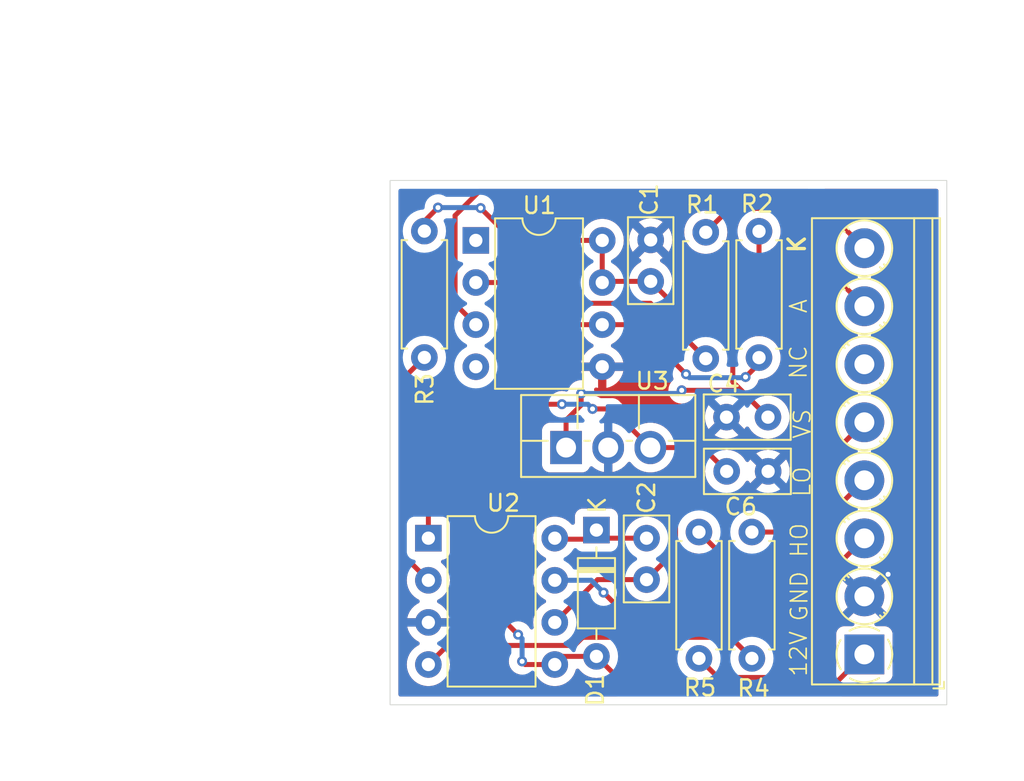
<source format=kicad_pcb>
(kicad_pcb (version 20221018) (generator pcbnew)
  (layers (0 "F.Cu" signal) (31 "B.Cu" signal) (34 "B.Paste" user) (35 "F.Paste" user) (36 "B.SilkS" user "B.Silkscreen") (37 "F.SilkS" user "F.Silkscreen") (38 "B.Mask" user) (39 "F.Mask" user) (44 "Edge.Cuts" user))
  (net 0 "")
  (net 1 "/5V")
  (net 2 "GND")
  (net 3 "Net-(D1-K)")
  (net 4 "/VS")
  (net 5 "/12V_VCC")
  (net 6 "/HO")
  (net 7 "/LO")
  (net 9 "/OPT_A")
  (net 10 "/OPT_K(GND)")
  (net 11 "Net-(U1-A)")
  (net 12 "/VO")
  (net 13 "Net-(U2-~{SD})")
  (net 14 "/LO_R")
  (net 15 "/HO_R")
  (footprint "Capacitor_THT:C_Disc_D5.0mm_W2.5mm_P2.50mm" (layer "F.Cu") (at 199.74 71.41 -90)
    (fp_text reference "C2" (at -2.44 0 90) (layer "F.SilkS"))
    (fp_text value "1u")
    (fp_line (start -1.37 -1.37) (end -1.37 1.37) (stroke (width 0.12)) (layer "F.SilkS"))
    (fp_line (start -1.37 -1.37) (end 3.87 -1.37) (stroke (width 0.12)) (layer "F.SilkS"))
    (fp_line (start -1.37 1.37) (end 3.87 1.37) (stroke (width 0.12)) (layer "F.SilkS"))
    (fp_line (start 3.87 -1.37) (end 3.87 1.37) (stroke (width 0.12)) (layer "F.SilkS"))
    (pad "1" thru_hole circle (at 0 0 270) (size 1.6 1.6) (drill 0.8) (layers "*.Cu" "*.Mask") (net 3 "Net-(D1-K)"))
    (pad "2" thru_hole circle (at 2.5 0 270) (size 1.6 1.6) (drill 0.8) (layers "*.Cu" "*.Mask") (net 4 "/VS"))
  )
  (footprint "Capacitor_THT:C_Disc_D5.0mm_W2.5mm_P2.50mm" (layer "F.Cu") (at 207.07 67.38 180)
    (fp_text reference "C6" (at 1.65 -2.13 180) (layer "F.SilkS"))
    (fp_text value "0.22u")
    (fp_line (start -1.37 -1.37) (end -1.37 1.37) (stroke (width 0.12)) (layer "F.SilkS"))
    (fp_line (start -1.37 -1.37) (end 3.87 -1.37) (stroke (width 0.12)) (layer "F.SilkS"))
    (fp_line (start -1.37 1.37) (end 3.87 1.37) (stroke (width 0.12)) (layer "F.SilkS"))
    (fp_line (start 3.87 -1.37) (end 3.87 1.37) (stroke (width 0.12)) (layer "F.SilkS"))
    (pad "1" thru_hole circle (at 0 0 180) (size 1.6 1.6) (drill 0.8) (layers "*.Cu" "*.Mask") (net 2 "GND"))
    (pad "2" thru_hole circle (at 2.5 0 180) (size 1.6 1.6) (drill 0.8) (layers "*.Cu" "*.Mask") (net 5 "/12V_VCC"))
  )
  (footprint "Capacitor_THT:C_Disc_D5.0mm_W2.5mm_P2.50mm" (layer "F.Cu") (at 199.99 55.92 90)
    (fp_text reference "C1" (at 4.93 -0.09 90) (layer "F.SilkS"))
    (fp_text value "0.1u")
    (fp_line (start -1.37 -1.37) (end -1.37 1.37) (stroke (width 0.12)) (layer "F.SilkS"))
    (fp_line (start -1.37 -1.37) (end 3.87 -1.37) (stroke (width 0.12)) (layer "F.SilkS"))
    (fp_line (start -1.37 1.37) (end 3.87 1.37) (stroke (width 0.12)) (layer "F.SilkS"))
    (fp_line (start 3.87 -1.37) (end 3.87 1.37) (stroke (width 0.12)) (layer "F.SilkS"))
    (pad "1" thru_hole circle (at 0 0 90) (size 1.6 1.6) (drill 0.8) (layers "*.Cu" "*.Mask") (net 1 "/5V"))
    (pad "2" thru_hole circle (at 2.5 0 90) (size 1.6 1.6) (drill 0.8) (layers "*.Cu" "*.Mask") (net 2 "GND"))
  )
  (footprint "Resistor_THT:R_Axial_DIN0207_L6.3mm_D2.5mm_P7.62mm_Horizontal" (layer "F.Cu") (at 206.52 60.52 90)
    (fp_text reference "R2" (at 9.27 -0.12 180) (layer "F.SilkS"))
    (fp_text value "470")
    (fp_line (start 0.54 -1.37) (end 7.08 -1.37) (stroke (width 0.12)) (layer "F.SilkS"))
    (fp_line (start 0.54 -1.04) (end 0.54 -1.37) (stroke (width 0.12)) (layer "F.SilkS"))
    (fp_line (start 0.54 1.04) (end 0.54 1.37) (stroke (width 0.12)) (layer "F.SilkS"))
    (fp_line (start 0.54 1.37) (end 7.08 1.37) (stroke (width 0.12)) (layer "F.SilkS"))
    (fp_line (start 7.08 -1.37) (end 7.08 -1.04) (stroke (width 0.12)) (layer "F.SilkS"))
    (fp_line (start 7.08 1.37) (end 7.08 1.04) (stroke (width 0.12)) (layer "F.SilkS"))
    (pad "1" thru_hole circle (at 0 0 90) (size 1.6 1.6) (drill 0.8) (layers "*.Cu" "*.Mask") (net 12 "/VO"))
    (pad "2" thru_hole oval (at 7.62 0 90) (size 1.6 1.6) (drill 0.8) (layers "*.Cu" "*.Mask") (net 1 "/5V"))
  )
  (footprint "Resistor_THT:R_Axial_DIN0207_L6.3mm_D2.5mm_P7.62mm_Horizontal" (layer "F.Cu") (at 186.35 52.89 -90)
    (fp_text reference "R3" (at 9.54 -0.03 -270) (layer "F.SilkS"))
    (fp_text value "10K")
    (fp_line (start 0.54 -1.37) (end 7.08 -1.37) (stroke (width 0.12)) (layer "F.SilkS"))
    (fp_line (start 0.54 -1.04) (end 0.54 -1.37) (stroke (width 0.12)) (layer "F.SilkS"))
    (fp_line (start 0.54 1.04) (end 0.54 1.37) (stroke (width 0.12)) (layer "F.SilkS"))
    (fp_line (start 0.54 1.37) (end 7.08 1.37) (stroke (width 0.12)) (layer "F.SilkS"))
    (fp_line (start 7.08 -1.37) (end 7.08 -1.04) (stroke (width 0.12)) (layer "F.SilkS"))
    (fp_line (start 7.08 1.37) (end 7.08 1.04) (stroke (width 0.12)) (layer "F.SilkS"))
    (pad "1" thru_hole circle (at 0 0 270) (size 1.6 1.6) (drill 0.8) (layers "*.Cu" "*.Mask") (net 1 "/5V"))
    (pad "2" thru_hole oval (at 7.62 0 270) (size 1.6 1.6) (drill 0.8) (layers "*.Cu" "*.Mask") (net 13 "Net-(U2-~{SD})"))
  )
  (footprint "Package_DIP:DIP-8_W7.62mm" (layer "F.Cu") (at 189.45 53.45)
    (fp_text reference "U1" (at 3.82 -2.11) (layer "F.SilkS"))
    (fp_text value "6N137")
    (fp_line (start 1.16 -1.33) (end 1.16 8.95) (stroke (width 0.12)) (layer "F.SilkS"))
    (fp_line (start 1.16 8.95) (end 6.46 8.95) (stroke (width 0.12)) (layer "F.SilkS"))
    (fp_line (start 2.81 -1.33) (end 1.16 -1.33) (stroke (width 0.12)) (layer "F.SilkS"))
    (fp_line (start 6.46 -1.33) (end 4.81 -1.33) (stroke (width 0.12)) (layer "F.SilkS"))
    (fp_line (start 6.46 8.95) (end 6.46 -1.33) (stroke (width 0.12)) (layer "F.SilkS"))
    (fp_arc (start 4.81 -1.33) (mid 3.81 -0.33) (end 2.81 -1.33) (stroke (width 0.12)) (layer "F.SilkS"))
    (pad "1" thru_hole rect (at 0 0) (size 1.6 1.6) (drill 0.8) (layers "*.Cu" "*.Mask"))
    (pad "2" thru_hole oval (at 0 2.54) (size 1.6 1.6) (drill 0.8) (layers "*.Cu" "*.Mask") (net 11 "Net-(U1-A)"))
    (pad "3" thru_hole oval (at 0 5.08) (size 1.6 1.6) (drill 0.8) (layers "*.Cu" "*.Mask") (net 10 "/OPT_K(GND)"))
    (pad "4" thru_hole oval (at 0 7.62) (size 1.6 1.6) (drill 0.8) (layers "*.Cu" "*.Mask"))
    (pad "5" thru_hole oval (at 7.62 7.62) (size 1.6 1.6) (drill 0.8) (layers "*.Cu" "*.Mask") (net 2 "GND"))
    (pad "6" thru_hole oval (at 7.62 5.08) (size 1.6 1.6) (drill 0.8) (layers "*.Cu" "*.Mask") (net 12 "/VO"))
    (pad "7" thru_hole oval (at 7.62 2.54) (size 1.6 1.6) (drill 0.8) (layers "*.Cu" "*.Mask") (net 1 "/5V"))
    (pad "8" thru_hole oval (at 7.62 0) (size 1.6 1.6) (drill 0.8) (layers "*.Cu" "*.Mask") (net 1 "/5V"))
  )
  (footprint "Package_TO_SOT_THT:TO-220F-3_Vertical" (layer "F.Cu") (at 194.89 65.945)
    (fp_text reference "U3" (at 5.19 -4.015) (layer "F.SilkS"))
    (fp_text value "LM78L05_TO92")
    (fp_line (start -2.71 -3.168) (end -2.71 1.773) (stroke (width 0.12)) (layer "F.SilkS"))
    (fp_line (start -2.71 -3.168) (end 7.79 -3.168) (stroke (width 0.12)) (layer "F.SilkS"))
    (fp_line (start -2.71 -0.408) (end -1.103 -0.408) (stroke (width 0.12)) (layer "F.SilkS"))
    (fp_line (start -2.71 1.773) (end 7.79 1.773) (stroke (width 0.12)) (layer "F.SilkS"))
    (fp_line (start 0.69 -3.168) (end 0.69 -1.15) (stroke (width 0.12)) (layer "F.SilkS"))
    (fp_line (start 1.103 -0.408) (end 1.438 -0.408) (stroke (width 0.12)) (layer "F.SilkS"))
    (fp_line (start 3.643 -0.408) (end 3.978 -0.408) (stroke (width 0.12)) (layer "F.SilkS"))
    (fp_line (start 4.391 -3.168) (end 4.391 -1.15) (stroke (width 0.12)) (layer "F.SilkS"))
    (fp_line (start 6.183 -0.408) (end 7.79 -0.408) (stroke (width 0.12)) (layer "F.SilkS"))
    (fp_line (start 7.79 -3.168) (end 7.79 1.773) (stroke (width 0.12)) (layer "F.SilkS"))
    (pad "1" thru_hole rect (at 0 0) (size 1.905 2) (drill 1.2) (layers "*.Cu" "*.Mask") (net 1 "/5V"))
    (pad "2" thru_hole oval (at 2.54 0) (size 1.905 2) (drill 1.2) (layers "*.Cu" "*.Mask") (net 2 "GND"))
    (pad "3" thru_hole oval (at 5.08 0) (size 1.905 2) (drill 1.2) (layers "*.Cu" "*.Mask") (net 5 "/12V_VCC"))
  )
  (footprint "Capacitor_THT:C_Disc_D5.0mm_W2.5mm_P2.50mm" (layer "F.Cu") (at 207.06 64.11 180)
    (fp_text reference "C4" (at 2.67 2.01) (layer "F.SilkS"))
    (fp_text value "0.1u")
    (fp_line (start -1.37 -1.37) (end -1.37 1.37) (stroke (width 0.12)) (layer "F.SilkS"))
    (fp_line (start -1.37 -1.37) (end 3.87 -1.37) (stroke (width 0.12)) (layer "F.SilkS"))
    (fp_line (start -1.37 1.37) (end 3.87 1.37) (stroke (width 0.12)) (layer "F.SilkS"))
    (fp_line (start 3.87 -1.37) (end 3.87 1.37) (stroke (width 0.12)) (layer "F.SilkS"))
    (pad "1" thru_hole circle (at 0 0 180) (size 1.6 1.6) (drill 0.8) (layers "*.Cu" "*.Mask") (net 1 "/5V"))
    (pad "2" thru_hole circle (at 2.5 0 180) (size 1.6 1.6) (drill 0.8) (layers "*.Cu" "*.Mask") (net 2 "GND"))
  )
  (footprint "Resistor_THT:R_Axial_DIN0207_L6.3mm_D2.5mm_P7.62mm_Horizontal" (layer "F.Cu") (at 206.09 78.66 90)
    (fp_text reference "R4" (at -1.81 0.1) (layer "F.SilkS"))
    (fp_text value "47")
    (fp_line (start 0.54 -1.37) (end 7.08 -1.37) (stroke (width 0.12)) (layer "F.SilkS"))
    (fp_line (start 0.54 -1.04) (end 0.54 -1.37) (stroke (width 0.12)) (layer "F.SilkS"))
    (fp_line (start 0.54 1.04) (end 0.54 1.37) (stroke (width 0.12)) (layer "F.SilkS"))
    (fp_line (start 0.54 1.37) (end 7.08 1.37) (stroke (width 0.12)) (layer "F.SilkS"))
    (fp_line (start 7.08 -1.37) (end 7.08 -1.04) (stroke (width 0.12)) (layer "F.SilkS"))
    (fp_line (start 7.08 1.37) (end 7.08 1.04) (stroke (width 0.12)) (layer "F.SilkS"))
    (pad "1" thru_hole circle (at 0 0 90) (size 1.6 1.6) (drill 0.8) (layers "*.Cu" "*.Mask") (net 14 "/LO_R"))
    (pad "2" thru_hole oval (at 7.62 0 90) (size 1.6 1.6) (drill 0.8) (layers "*.Cu" "*.Mask") (net 7 "/LO"))
  )
  (footprint "Resistor_THT:R_Axial_DIN0207_L6.3mm_D2.5mm_P7.62mm_Horizontal" (layer "F.Cu") (at 202.9 78.66 90)
    (fp_text reference "R5" (at -1.76 0.06) (layer "F.SilkS"))
    (fp_text value "47")
    (fp_line (start 0.54 -1.37) (end 7.08 -1.37) (stroke (width 0.12)) (layer "F.SilkS"))
    (fp_line (start 0.54 -1.04) (end 0.54 -1.37) (stroke (width 0.12)) (layer "F.SilkS"))
    (fp_line (start 0.54 1.04) (end 0.54 1.37) (stroke (width 0.12)) (layer "F.SilkS"))
    (fp_line (start 0.54 1.37) (end 7.08 1.37) (stroke (width 0.12)) (layer "F.SilkS"))
    (fp_line (start 7.08 -1.37) (end 7.08 -1.04) (stroke (width 0.12)) (layer "F.SilkS"))
    (fp_line (start 7.08 1.37) (end 7.08 1.04) (stroke (width 0.12)) (layer "F.SilkS"))
    (pad "1" thru_hole circle (at 0 0 90) (size 1.6 1.6) (drill 0.8) (layers "*.Cu" "*.Mask") (net 15 "/HO_R"))
    (pad "2" thru_hole oval (at 7.62 0 90) (size 1.6 1.6) (drill 0.8) (layers "*.Cu" "*.Mask") (net 6 "/HO"))
  )
  (footprint "Resistor_THT:R_Axial_DIN0207_L6.3mm_D2.5mm_P7.62mm_Horizontal" (layer "F.Cu") (at 203.31 52.96 -90)
    (fp_text reference "R1" (at -1.66 0.22 -180) (layer "F.SilkS"))
    (fp_text value "470")
    (fp_line (start 0.54 -1.37) (end 7.08 -1.37) (stroke (width 0.12)) (layer "F.SilkS"))
    (fp_line (start 0.54 -1.04) (end 0.54 -1.37) (stroke (width 0.12)) (layer "F.SilkS"))
    (fp_line (start 0.54 1.04) (end 0.54 1.37) (stroke (width 0.12)) (layer "F.SilkS"))
    (fp_line (start 0.54 1.37) (end 7.08 1.37) (stroke (width 0.12)) (layer "F.SilkS"))
    (fp_line (start 7.08 -1.37) (end 7.08 -1.04) (stroke (width 0.12)) (layer "F.SilkS"))
    (fp_line (start 7.08 1.37) (end 7.08 1.04) (stroke (width 0.12)) (layer "F.SilkS"))
    (pad "1" thru_hole circle (at 0 0 270) (size 1.6 1.6) (drill 0.8) (layers "*.Cu" "*.Mask") (net 9 "/OPT_A"))
    (pad "2" thru_hole oval (at 7.62 0 270) (size 1.6 1.6) (drill 0.8) (layers "*.Cu" "*.Mask") (net 11 "Net-(U1-A)"))
  )
  (footprint "Diode_THT:D_DO-35_SOD27_P7.62mm_Horizontal" (layer "F.Cu") (at 196.72 70.92 -90)
    (fp_text reference "D1" (at 9.65 0.07 90) (layer "F.SilkS"))
    (fp_text value "1N4148 ")
    (fp_text user "K" (at -1.5 -0.05 90) (layer "F.SilkS"))
    (fp_line (start 1.04 0) (end 1.69 0) (stroke (width 0.12)) (layer "F.SilkS"))
    (fp_line (start 1.69 -1.12) (end 1.69 1.12) (stroke (width 0.12)) (layer "F.SilkS"))
    (fp_line (start 1.69 1.12) (end 5.93 1.12) (stroke (width 0.12)) (layer "F.SilkS"))
    (fp_line (start 2.29 -1.12) (end 2.29 1.12) (stroke (width 0.12)) (layer "F.SilkS"))
    (fp_line (start 2.41 -1.12) (end 2.41 1.12) (stroke (width 0.12)) (layer "F.SilkS"))
    (fp_line (start 2.53 -1.12) (end 2.53 1.12) (stroke (width 0.12)) (layer "F.SilkS"))
    (fp_line (start 5.93 -1.12) (end 1.69 -1.12) (stroke (width 0.12)) (layer "F.SilkS"))
    (fp_line (start 5.93 1.12) (end 5.93 -1.12) (stroke (width 0.12)) (layer "F.SilkS"))
    (fp_line (start 6.58 0) (end 5.93 0) (stroke (width 0.12)) (layer "F.SilkS"))
    (pad "1" thru_hole rect (at 0 0 270) (size 1.6 1.6) (drill 0.8) (layers "*.Cu" "*.Mask") (net 3 "Net-(D1-K)"))
    (pad "2" thru_hole oval (at 7.62 0 270) (size 1.6 1.6) (drill 0.8) (layers "*.Cu" "*.Mask") (net 5 "/12V_VCC"))
  )
  (footprint "Package_DIP:DIP-8_W7.62mm" (layer "F.Cu") (at 186.59 71.41)
    (fp_text reference "U2" (at 4.52 -2.12) (layer "F.SilkS"))
    (fp_text value "IR2184")
    (fp_line (start 1.16 -1.33) (end 1.16 8.95) (stroke (width 0.12)) (layer "F.SilkS"))
    (fp_line (start 1.16 8.95) (end 6.46 8.95) (stroke (width 0.12)) (layer "F.SilkS"))
    (fp_line (start 2.81 -1.33) (end 1.16 -1.33) (stroke (width 0.12)) (layer "F.SilkS"))
    (fp_line (start 6.46 -1.33) (end 4.81 -1.33) (stroke (width 0.12)) (layer "F.SilkS"))
    (fp_line (start 6.46 8.95) (end 6.46 -1.33) (stroke (width 0.12)) (layer "F.SilkS"))
    (fp_arc (start 4.81 -1.33) (mid 3.81 -0.33) (end 2.81 -1.33) (stroke (width 0.12)) (layer "F.SilkS"))
    (pad "1" thru_hole rect (at 0 0) (size 1.6 1.6) (drill 0.8) (layers "*.Cu" "*.Mask") (net 12 "/VO"))
    (pad "2" thru_hole oval (at 0 2.54) (size 1.6 1.6) (drill 0.8) (layers "*.Cu" "*.Mask") (net 13 "Net-(U2-~{SD})"))
    (pad "3" thru_hole oval (at 0 5.08) (size 1.6 1.6) (drill 0.8) (layers "*.Cu" "*.Mask") (net 2 "GND"))
    (pad "4" thru_hole oval (at 0 7.62) (size 1.6 1.6) (drill 0.8) (layers "*.Cu" "*.Mask") (net 14 "/LO_R"))
    (pad "5" thru_hole oval (at 7.62 7.62) (size 1.6 1.6) (drill 0.8) (layers "*.Cu" "*.Mask") (net 5 "/12V_VCC"))
    (pad "6" thru_hole oval (at 7.62 5.08) (size 1.6 1.6) (drill 0.8) (layers "*.Cu" "*.Mask") (net 4 "/VS"))
    (pad "7" thru_hole oval (at 7.62 2.54) (size 1.6 1.6) (drill 0.8) (layers "*.Cu" "*.Mask") (net 15 "/HO_R"))
    (pad "8" thru_hole oval (at 7.62 0) (size 1.6 1.6) (drill 0.8) (layers "*.Cu" "*.Mask") (net 3 "Net-(D1-K)"))
  )
  (footprint "TerminalBlock_Phoenix:TerminalBlock_Phoenix_PT-1,5-8-3.5-H_1x08_P3.50mm_Horizontal" (layer "F.Cu") (at 212.87 78.42 90)
    (fp_text reference "J1" hide)
    (fp_text value "Screw_Terminal_01x08")
    (fp_line (start -2.05 4.16) (end -2.05 4.8) (stroke (width 0.12)) (layer "F.SilkS"))
    (fp_line (start -2.05 4.8) (end -1.65 4.8) (stroke (width 0.12)) (layer "F.SilkS"))
    (fp_line (start -1.81 -3.16) (end -1.81 4.56) (stroke (width 0.12)) (layer "F.SilkS"))
    (fp_line (start -1.81 -3.16) (end 26.31 -3.16) (stroke (width 0.12)) (layer "F.SilkS"))
    (fp_line (start -1.81 3) (end 26.31 3) (stroke (width 0.12)) (layer "F.SilkS"))
    (fp_line (start -1.81 4.1) (end 26.31 4.1) (stroke (width 0.12)) (layer "F.SilkS"))
    (fp_line (start -1.81 4.56) (end 26.31 4.56) (stroke (width 0.12)) (layer "F.SilkS"))
    (fp_line (start 2.355 0.941) (end 2.226 1.069) (stroke (width 0.12)) (layer "F.SilkS"))
    (fp_line (start 2.525 1.181) (end 2.431 1.274) (stroke (width 0.12)) (layer "F.SilkS"))
    (fp_line (start 4.57 -1.275) (end 4.476 -1.181) (stroke (width 0.12)) (layer "F.SilkS"))
    (fp_line (start 4.775 -1.069) (end 4.646 -0.941) (stroke (width 0.12)) (layer "F.SilkS"))
    (fp_line (start 5.855 0.941) (end 5.726 1.069) (stroke (width 0.12)) (layer "F.SilkS"))
    (fp_line (start 6.025 1.181) (end 5.931 1.274) (stroke (width 0.12)) (layer "F.SilkS"))
    (fp_line (start 8.07 -1.275) (end 7.976 -1.181) (stroke (width 0.12)) (layer "F.SilkS"))
    (fp_line (start 8.275 -1.069) (end 8.146 -0.941) (stroke (width 0.12)) (layer "F.SilkS"))
    (fp_line (start 9.355 0.941) (end 9.226 1.069) (stroke (width 0.12)) (layer "F.SilkS"))
    (fp_line (start 9.525 1.181) (end 9.431 1.274) (stroke (width 0.12)) (layer "F.SilkS"))
    (fp_line (start 11.57 -1.275) (end 11.476 -1.181) (stroke (width 0.12)) (layer "F.SilkS"))
    (fp_line (start 11.775 -1.069) (end 11.646 -0.941) (stroke (width 0.12)) (layer "F.SilkS"))
    (fp_line (start 12.855 0.941) (end 12.726 1.069) (stroke (width 0.12)) (layer "F.SilkS"))
    (fp_line (start 13.025 1.181) (end 12.931 1.274) (stroke (width 0.12)) (layer "F.SilkS"))
    (fp_line (start 15.07 -1.275) (end 14.976 -1.181) (stroke (width 0.12)) (layer "F.SilkS"))
    (fp_line (start 15.275 -1.069) (end 15.146 -0.941) (stroke (width 0.12)) (layer "F.SilkS"))
    (fp_line (start 16.355 0.941) (end 16.226 1.069) (stroke (width 0.12)) (layer "F.SilkS"))
    (fp_line (start 16.525 1.181) (end 16.431 1.274) (stroke (width 0.12)) (layer "F.SilkS"))
    (fp_line (start 18.57 -1.275) (end 18.476 -1.181) (stroke (width 0.12)) (layer "F.SilkS"))
    (fp_line (start 18.775 -1.069) (end 18.646 -0.941) (stroke (width 0.12)) (layer "F.SilkS"))
    (fp_line (start 19.855 0.941) (end 19.726 1.069) (stroke (width 0.12)) (layer "F.SilkS"))
    (fp_line (start 20.025 1.181) (end 19.931 1.274) (stroke (width 0.12)) (layer "F.SilkS"))
    (fp_line (start 22.07 -1.275) (end 21.976 -1.181) (stroke (width 0.12)) (layer "F.SilkS"))
    (fp_line (start 22.275 -1.069) (end 22.146 -0.941) (stroke (width 0.12)) (layer "F.SilkS"))
    (fp_line (start 23.355 0.941) (end 23.226 1.069) (stroke (width 0.12)) (layer "F.SilkS"))
    (fp_line (start 23.525 1.181) (end 23.431 1.274) (stroke (width 0.12)) (layer "F.SilkS"))
    (fp_line (start 25.57 -1.275) (end 25.476 -1.181) (stroke (width 0.12)) (layer "F.SilkS"))
    (fp_line (start 25.775 -1.069) (end 25.646 -0.941) (stroke (width 0.12)) (layer "F.SilkS"))
    (fp_line (start 26.31 -3.16) (end 26.31 4.56) (stroke (width 0.12)) (layer "F.SilkS"))
    (fp_arc (start -1.425358 0.889894) (mid -1.680286 0.014012) (end -1.44 -0.866) (stroke (width 0.12)) (layer "F.SilkS"))
    (fp_arc (start -0.889894 -1.425358) (mid -0.014012 -1.680286) (end 0.866 -1.44) (stroke (width 0.12)) (layer "F.SilkS"))
    (fp_arc (start 0.028674 1.680099) (mid -0.435535 1.622918) (end -0.866 1.44) (stroke (width 0.12)) (layer "F.SilkS"))
    (fp_arc (start 0.890264 1.424721) (mid 0.463071 1.61492) (end 0 1.68) (stroke (width 0.12)) (layer "F.SilkS"))
    (fp_arc (start 1.425504 -0.890193) (mid 1.680626 0.000476) (end 1.425 0.891) (stroke (width 0.12)) (layer "F.SilkS"))
    (fp_circle (center 3.5 0) (end 5.18 0) (stroke (width 0.12)) (fill none) (layer "F.SilkS"))
    (fp_circle (center 7 0) (end 8.68 0) (stroke (width 0.12)) (fill none) (layer "F.SilkS"))
    (fp_circle (center 10.5 0) (end 12.18 0) (stroke (width 0.12)) (fill none) (layer "F.SilkS"))
    (fp_circle (center 14 0) (end 15.68 0) (stroke (width 0.12)) (fill none) (layer "F.SilkS"))
    (fp_circle (center 17.5 0) (end 19.18 0) (stroke (width 0.12)) (fill none) (layer "F.SilkS"))
    (fp_circle (center 21 0) (end 22.68 0) (stroke (width 0.12)) (fill none) (layer "F.SilkS"))
    (fp_circle (center 24.5 0) (end 26.18 0) (stroke (width 0.12)) (fill none) (layer "F.SilkS"))
    (pad "1" thru_hole rect (at 0 0 90) (size 2.4 2.4) (drill 1.2) (layers "*.Cu" "*.Mask") (net 5 "/12V_VCC"))
    (pad "2" thru_hole circle (at 3.5 0 90) (size 2.4 2.4) (drill 1.2) (layers "*.Cu" "*.Mask") (net 2 "GND"))
    (pad "3" thru_hole circle (at 7 0 90) (size 2.4 2.4) (drill 1.2) (layers "*.Cu" "*.Mask") (net 6 "/HO"))
    (pad "4" thru_hole circle (at 10.5 0 90) (size 2.4 2.4) (drill 1.2) (layers "*.Cu" "*.Mask") (net 7 "/LO"))
    (pad "5" thru_hole circle (at 14 0 90) (size 2.4 2.4) (drill 1.2) (layers "*.Cu" "*.Mask") (net 4 "/VS"))
    (pad "6" thru_hole circle (at 17.5 0 90) (size 2.4 2.4) (drill 1.2) (layers "*.Cu" "*.Mask"))
    (pad "7" thru_hole circle (at 21 0 90) (size 2.4 2.4) (drill 1.2) (layers "*.Cu" "*.Mask") (net 9 "/OPT_A"))
    (pad "8" thru_hole circle (at 24.5 0 90) (size 2.4 2.4) (drill 1.2) (layers "*.Cu" "*.Mask") (net 10 "/OPT_K(GND)"))
  )
  (gr_rect (start 184.28278 49.83556) (end 217.83722 81.46) (stroke (width 0.05)) (fill none) (layer "Edge.Cuts"))
  (gr_text "12V" (at 209.49 79.83 90) (layer "F.SilkS") (effects (font (size 1 1) (thickness 0.1)) (justify left bottom)))
  (gr_text "HO" (at 209.53 72.65 90) (layer "F.SilkS") (effects (font (size 1 1) (thickness 0.1)) (justify left bottom)))
  (gr_text "GND" (at 209.53 76.5 90) (layer "F.SilkS") (effects (font (size 1 1) (thickness 0.1)) (justify left bottom)))
  (gr_text "NC" (at 209.48 61.89 90) (layer "F.SilkS") (effects (font (size 1 1) (thickness 0.1)) (justify left bottom)))
  (gr_text "LO" (at 209.7 69 90) (layer "F.SilkS") (effects (font (size 1 1) (thickness 0.1)) (justify left bottom)))
  (gr_text "VS" (at 209.71 65.48 90) (layer "F.SilkS") (effects (font (size 1 1) (thickness 0.1)) (justify left bottom)))
  (gr_text "K" (at 209.39 54.31 90) (layer "F.SilkS") (effects (font (size 1 1) (thickness 0.2) bold) (justify left bottom)))
  (gr_text "A" (at 209.49 57.91 90) (layer "F.SilkS") (effects (font (size 1 1) (thickness 0.1)) (justify left bottom)))
  (segment (start 189.74 51.5) (end 191.69 53.45) (width 0.3) (layer "F.Cu") (net 1))
  (segment (start 202.97 58.9) (end 203.65 58.9) (width 0.3) (layer "F.Cu") (net 1))
  (segment (start 206.52 56.22) (end 206.52 52.9) (width 0.3) (layer "F.Cu") (net 1))
  (segment (start 203.88 58.9) (end 204.94 59.96) (width 0.3) (layer "F.Cu") (net 1))
  (segment (start 205.845 62.895) (end 207.06 64.11) (width 0.3) (layer "F.Cu") (net 1))
  (segment (start 197.14 55.92) (end 197.07 55.99) (width 0.3) (layer "F.Cu") (net 1))
  (segment (start 203.84 58.9) (end 206.52 56.22) (width 0.3) (layer "F.Cu") (net 1))
  (segment (start 195.8 63.380001) (end 195.8 62.68) (width 0.3) (layer "F.Cu") (net 1))
  (segment (start 194.89 64.290001) (end 195.8 63.380001) (width 0.3) (layer "F.Cu") (net 1))
  (segment (start 197.07 53.45) (end 197.07 55.99) (width 0.3) (layer "F.Cu") (net 1))
  (segment (start 186.35 52.29) (end 187.17 51.47) (width 0.3) (layer "F.Cu") (net 1))
  (segment (start 199.99 55.92) (end 197.14 55.92) (width 0.3) (layer "F.Cu") (net 1))
  (segment (start 191.69 53.45) (end 197.07 53.45) (width 0.3) (layer "F.Cu") (net 1))
  (segment (start 203.65 58.9) (end 203.88 58.9) (width 0.3) (layer "F.Cu") (net 1))
  (segment (start 194.89 65.945) (end 194.89 64.290001) (width 0.3) (layer "F.Cu") (net 1))
  (segment (start 201.86 62.49) (end 205.44 62.49) (width 0.3) (layer "F.Cu") (net 1))
  (segment (start 205.44 62.49) (end 207.06 64.11) (width 0.3) (layer "F.Cu") (net 1))
  (segment (start 204.94 59.96) (end 204.94 61.99) (width 0.3) (layer "F.Cu") (net 1))
  (segment (start 204.94 61.99) (end 205.845 62.895) (width 0.3) (layer "F.Cu") (net 1))
  (segment (start 199.99 55.92) (end 202.97 58.9) (width 0.3) (layer "F.Cu") (net 1))
  (segment (start 205.12 62.17) (end 205.845 62.895) (width 0.3) (layer "F.Cu") (net 1))
  (segment (start 186.35 52.89) (end 186.35 52.29) (width 0.3) (layer "F.Cu") (net 1))
  (segment (start 203.84 58.9) (end 203.65 58.9) (width 0.3) (layer "F.Cu") (net 1))
  (via (at 201.86 62.49) (size 0.6) (drill 0.3) (layers "F.Cu" "B.Cu") (net 1))
  (via (at 195.8 62.68) (size 0.6) (drill 0.3) (layers "F.Cu" "B.Cu") (net 1))
  (via (at 189.74 51.5) (size 0.6) (drill 0.3) (layers "F.Cu" "B.Cu") (net 1))
  (via (at 187.17 51.47) (size 0.6) (drill 0.3) (layers "F.Cu" "B.Cu") (net 1))
  (segment (start 189.71 51.47) (end 189.74 51.5) (width 0.3) (layer "B.Cu") (net 1))
  (segment (start 201.67 62.68) (end 201.86 62.49) (width 0.3) (layer "B.Cu") (net 1))
  (segment (start 195.8 62.68) (end 201.67 62.68) (width 0.3) (layer "B.Cu") (net 1))
  (segment (start 187.17 51.47) (end 189.71 51.47) (width 0.3) (layer "B.Cu") (net 1))
  (segment (start 212.97 74.92) (end 214.3 73.59) (width 0.3) (layer "F.Cu") (net 2))
  (segment (start 212.87 74.92) (end 212.97 74.92) (width 0.3) (layer "F.Cu") (net 2))
  (via (at 214.3 73.59) (size 0.6) (drill 0.3) (layers "F.Cu" "B.Cu") (net 2))
  (segment (start 199.74 71.41) (end 196.8 71.41) (width 0.3) (layer "F.Cu") (net 3))
  (segment (start 194.33 71.47) (end 196.74 71.47) (width 0.3) (layer "F.Cu") (net 3))
  (segment (start 196.8 71.41) (end 196.74 71.47) (width 0.3) (layer "F.Cu") (net 3))
  (segment (start 199.74 73.91) (end 196.79 73.91) (width 0.3) (layer "F.Cu") (net 4))
  (segment (start 208.03 69.26) (end 202.54 69.26) (width 0.3) (layer "F.Cu") (net 4))
  (segment (start 196.79 73.91) (end 194.21 76.49) (width 0.3) (layer "F.Cu") (net 4))
  (segment (start 201.49 72.16) (end 199.74 73.91) (width 0.3) (layer "F.Cu") (net 4))
  (segment (start 202.54 69.26) (end 201.49 70.31) (width 0.3) (layer "F.Cu") (net 4))
  (segment (start 212.87 64.42) (end 208.03 69.26) (width 0.3) (layer "F.Cu") (net 4))
  (segment (start 201.49 70.31) (end 201.49 72.16) (width 0.3) (layer "F.Cu") (net 4))
  (segment (start 210.69 80.6) (end 212.87 78.42) (width 0.3) (layer "F.Cu") (net 5))
  (segment (start 196.72 78.54) (end 194.7 78.54) (width 0.3) (layer "F.Cu") (net 5))
  (segment (start 194.21 79.03) (end 192.43 79.03) (width 0.3) (layer "F.Cu") (net 5))
  (segment (start 192.43 79.03) (end 192.24 78.84) (width 0.3) (layer "F.Cu") (net 5))
  (segment (start 203.135 65.945) (end 204.57 67.38) (width 0.3) (layer "F.Cu") (net 5))
  (segment (start 198.78 80.6) (end 199.67 80.6) (width 0.3) (layer "F.Cu") (net 5))
  (segment (start 199.97 65.945) (end 203.135 65.945) (width 0.3) (layer "F.Cu") (net 5))
  (segment (start 194.7 78.54) (end 194.21 79.03) (width 0.3) (layer "F.Cu") (net 5))
  (segment (start 190.11 66.75) (end 193.53 63.33) (width 0.3) (layer "F.Cu") (net 5))
  (segment (start 196.72 78.54) (end 198.78 80.6) (width 0.3) (layer "F.Cu") (net 5))
  (segment (start 196.48462 63.61462) (end 197.63962 63.61462) (width 0.3) (layer "F.Cu") (net 5))
  (segment (start 197.63962 63.61462) (end 199.97 65.945) (width 0.3) (layer "F.Cu") (net 5))
  (segment (start 199.67 80.6) (end 210.69 80.6) (width 0.3) (layer "F.Cu") (net 5))
  (segment (start 192 77.23) (end 190.11 75.34) (width 0.3) (layer "F.Cu") (net 5))
  (segment (start 193.53 63.33) (end 194.64 63.33) (width 0.3) (layer "F.Cu") (net 5))
  (segment (start 190.11 75.34) (end 190.11 66.75) (width 0.3) (layer "F.Cu") (net 5))
  (via (at 192 77.23) (size 0.6) (drill 0.3) (layers "F.Cu" "B.Cu") (net 5))
  (via (at 192.24 78.84) (size 0.6) (drill 0.3) (layers "F.Cu" "B.Cu") (net 5))
  (via (at 196.48462 63.61462) (size 0.6) (drill 0.3) (layers "F.Cu" "B.Cu") (net 5))
  (via (at 194.64 63.33) (size 0.6) (drill 0.3) (layers "F.Cu" "B.Cu") (net 5))
  (segment (start 196.2 63.33) (end 196.48462 63.61462) (width 0.3) (layer "B.Cu") (net 5))
  (segment (start 192.24 78.84) (end 192.24 77.47) (width 0.3) (layer "B.Cu") (net 5))
  (segment (start 192.24 77.47) (end 192 77.23) (width 0.3) (layer "B.Cu") (net 5))
  (segment (start 194.64 63.33) (end 196.2 63.33) (width 0.3) (layer "B.Cu") (net 5))
  (segment (start 211.5 72.79) (end 212.87 71.42) (width 0.3) (layer "F.Cu") (net 6))
  (segment (start 204.65 72.79) (end 211.5 72.79) (width 0.3) (layer "F.Cu") (net 6))
  (segment (start 202.9 71.04) (end 204.65 72.79) (width 0.3) (layer "F.Cu") (net 6))
  (segment (start 209.54 69.61) (end 208.11 71.04) (width 0.3) (layer "F.Cu") (net 7))
  (segment (start 208.11 71.04) (end 206.09 71.04) (width 0.3) (layer "F.Cu") (net 7))
  (segment (start 212.87 67.92) (end 211.18 69.61) (width 0.3) (layer "F.Cu") (net 7))
  (segment (start 211.18 69.61) (end 209.54 69.61) (width 0.3) (layer "F.Cu") (net 7))
  (segment (start 209.41 52.65) (end 209.41 53.96) (width 0.3) (layer "F.Cu") (net 9))
  (segment (start 203.31 52.96) (end 204.75 51.52) (width 0.3) (layer "F.Cu") (net 9))
  (segment (start 204.75 51.52) (end 208.28 51.52) (width 0.3) (layer "F.Cu") (net 9))
  (segment (start 209.41 53.96) (end 212.87 57.42) (width 0.3) (layer "F.Cu") (net 9))
  (segment (start 208.28 51.52) (end 209.41 52.65) (width 0.3) (layer "F.Cu") (net 9))
  (segment (start 189.66 50.49) (end 188.2 51.95) (width 0.3) (layer "F.Cu") (net 10))
  (segment (start 209.44 50.49) (end 212.87 53.92) (width 0.3) (layer "F.Cu") (net 10))
  (segment (start 209.44 50.49) (end 189.66 50.49) (width 0.3) (layer "F.Cu") (net 10))
  (segment (start 188.2 57.28) (end 188.2 51.95) (width 0.3) (layer "F.Cu") (net 10))
  (segment (start 189.45 58.53) (end 188.2 57.28) (width 0.3) (layer "F.Cu") (net 10))
  (segment (start 196.22 57.24) (end 194.97 55.99) (width 0.3) (layer "F.Cu") (net 11))
  (segment (start 203.31 60.58) (end 199.97 57.24) (width 0.3) (layer "F.Cu") (net 11))
  (segment (start 194.97 55.99) (end 189.45 55.99) (width 0.3) (layer "F.Cu") (net 11))
  (segment (start 199.97 57.24) (end 196.22 57.24) (width 0.3) (layer "F.Cu") (net 11))
  (segment (start 202.12 61.52) (end 199.13 58.53) (width 0.3) (layer "F.Cu") (net 12))
  (segment (start 206.52 60.88) (end 205.71 61.69) (width 0.3) (layer "F.Cu") (net 12))
  (segment (start 186.59 66.143654) (end 194.203654 58.53) (width 0.3) (layer "F.Cu") (net 12))
  (segment (start 199.13 58.53) (end 197.07 58.53) (width 0.3) (layer "F.Cu") (net 12))
  (segment (start 194.203654 58.53) (end 197.07 58.53) (width 0.3) (layer "F.Cu") (net 12))
  (segment (start 206.52 60.52) (end 206.52 60.88) (width 0.3) (layer "F.Cu") (net 12))
  (segment (start 186.59 71.41) (end 186.59 66.143654) (width 0.3) (layer "F.Cu") (net 12))
  (via (at 202.12 61.52) (size 0.6) (drill 0.3) (layers "F.Cu" "B.Cu") (net 12))
  (via (at 205.71 61.69) (size 0.6) (drill 0.3) (layers "F.Cu" "B.Cu") (net 12))
  (segment (start 205.71 61.69) (end 205.67 61.73) (width 0.3) (layer "B.Cu") (net 12))
  (segment (start 202.33 61.73) (end 202.12 61.52) (width 0.3) (layer "B.Cu") (net 12))
  (segment (start 205.67 61.73) (end 202.33 61.73) (width 0.3) (layer "B.Cu") (net 12))
  (segment (start 186.59 73.95) (end 185 72.36) (width 0.3) (layer "F.Cu") (net 13))
  (segment (start 185 72.36) (end 185 61.86) (width 0.3) (layer "F.Cu") (net 13))
  (segment (start 185 61.86) (end 186.35 60.51) (width 0.3) (layer "F.Cu") (net 13))
  (segment (start 204.82 77.39) (end 206.09 78.66) (width 0.3) (layer "F.Cu") (net 14))
  (segment (start 195.4 77.88) (end 195.89 77.39) (width 0.3) (layer "F.Cu") (net 14))
  (segment (start 187.74 77.88) (end 195.4 77.88) (width 0.3) (layer "F.Cu") (net 14))
  (segment (start 186.59 79.03) (end 187.74 77.88) (width 0.3) (layer "F.Cu") (net 14))
  (segment (start 195.89 77.39) (end 204.82 77.39) (width 0.3) (layer "F.Cu") (net 14))
  (segment (start 207.985 77.515) (end 206.75 76.28) (width 0.3) (layer "F.Cu") (net 15))
  (segment (start 202.9 78.66) (end 204.05 79.81) (width 0.3) (layer "F.Cu") (net 15))
  (segment (start 207.985 79.435) (end 207.985 77.515) (width 0.3) (layer "F.Cu") (net 15))
  (segment (start 207.61 79.81) (end 207.985 79.435) (width 0.3) (layer "F.Cu") (net 15))
  (segment (start 206.75 76.28) (end 198.74 76.28) (width 0.3) (layer "F.Cu") (net 15))
  (segment (start 198.74 76.28) (end 197.15 74.69) (width 0.3) (layer "F.Cu") (net 15))
  (segment (start 204.05 79.81) (end 207.61 79.81) (width 0.3) (layer "F.Cu") (net 15))
  (via (at 197.15 74.69) (size 0.6) (drill 0.3) (layers "F.Cu" "B.Cu") (net 15))
  (segment (start 197.15 74.69) (end 196.41 73.95) (width 0.3) (layer "B.Cu") (net 15))
  (segment (start 196.41 73.95) (end 194.21 73.95) (width 0.3) (layer "B.Cu") (net 15))
  (zone (net 2) (net_name "GND") (layers "F&B.Cu") (connect_pads (clearance 0.5)) (min_thickness 0.25) (fill yes (thermal_gap 0.5) (thermal_bridge_width 0.5))
    (polygon (pts (xy 160.77 40.12) (xy 160.77 86.06) (xy 221.92 86.06) (xy 222.5 85.48) (xy 222.5 40.3) (xy 221.15 38.95) (xy 161.96 38.95) (xy 160.78 40.13)))
  )
)
</source>
